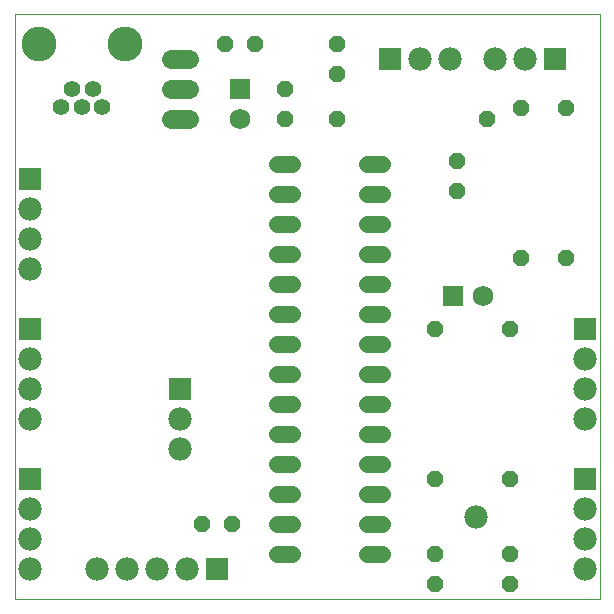
<source format=gts>
G75*
G70*
%OFA0B0*%
%FSLAX24Y24*%
%IPPOS*%
%LPD*%
%AMOC8*
5,1,8,0,0,1.08239X$1,22.5*
%
%ADD10C,0.0000*%
%ADD11C,0.0560*%
%ADD12R,0.0690X0.0690*%
%ADD13C,0.0690*%
%ADD14OC8,0.0560*%
%ADD15R,0.0780X0.0780*%
%ADD16C,0.0780*%
%ADD17C,0.0555*%
%ADD18C,0.1162*%
%ADD19C,0.0640*%
D10*
X000181Y000181D02*
X000181Y019681D01*
X019681Y019681D01*
X019681Y000181D01*
X000181Y000181D01*
D11*
X008921Y001681D02*
X009441Y001681D01*
X009441Y002681D02*
X008921Y002681D01*
X008921Y003681D02*
X009441Y003681D01*
X009441Y004681D02*
X008921Y004681D01*
X008921Y005681D02*
X009441Y005681D01*
X009441Y006681D02*
X008921Y006681D01*
X008921Y007681D02*
X009441Y007681D01*
X009441Y008681D02*
X008921Y008681D01*
X008921Y009681D02*
X009441Y009681D01*
X009441Y010681D02*
X008921Y010681D01*
X008921Y011681D02*
X009441Y011681D01*
X009441Y012681D02*
X008921Y012681D01*
X008921Y013681D02*
X009441Y013681D01*
X009441Y014681D02*
X008921Y014681D01*
X011921Y014681D02*
X012441Y014681D01*
X012441Y013681D02*
X011921Y013681D01*
X011921Y012681D02*
X012441Y012681D01*
X012441Y011681D02*
X011921Y011681D01*
X011921Y010681D02*
X012441Y010681D01*
X012441Y009681D02*
X011921Y009681D01*
X011921Y008681D02*
X012441Y008681D01*
X012441Y007681D02*
X011921Y007681D01*
X011921Y006681D02*
X012441Y006681D01*
X012441Y005681D02*
X011921Y005681D01*
X011921Y004681D02*
X012441Y004681D01*
X012441Y003681D02*
X011921Y003681D01*
X011921Y002681D02*
X012441Y002681D01*
X012441Y001681D02*
X011921Y001681D01*
D12*
X014806Y010306D03*
X007681Y017181D03*
D13*
X007681Y016181D03*
X015806Y010306D03*
D14*
X016681Y009181D03*
X017056Y011556D03*
X018556Y011556D03*
X014931Y013806D03*
X014931Y014806D03*
X015931Y016181D03*
X017056Y016556D03*
X018556Y016556D03*
X014181Y009181D03*
X014181Y004181D03*
X014181Y001681D03*
X014181Y000681D03*
X016681Y000681D03*
X016681Y001681D03*
X016681Y004181D03*
X007431Y002681D03*
X006431Y002681D03*
X009181Y016181D03*
X009181Y017181D03*
X008181Y018681D03*
X007181Y018681D03*
X010931Y018681D03*
X010931Y017681D03*
X010931Y016181D03*
D15*
X012681Y018181D03*
X018181Y018181D03*
X019181Y009181D03*
X019181Y004181D03*
X006931Y001181D03*
X005681Y007181D03*
X000681Y009181D03*
X000681Y014181D03*
X000681Y004181D03*
D16*
X000681Y003181D03*
X000681Y002181D03*
X000681Y001181D03*
X002931Y001181D03*
X003931Y001181D03*
X004931Y001181D03*
X005931Y001181D03*
X005681Y005181D03*
X005681Y006181D03*
X000681Y006181D03*
X000681Y007181D03*
X000681Y008181D03*
X000681Y011181D03*
X000681Y012181D03*
X000681Y013181D03*
X013681Y018181D03*
X014681Y018181D03*
X016181Y018181D03*
X017181Y018181D03*
X019181Y008181D03*
X019181Y007181D03*
X019181Y006181D03*
X019181Y003181D03*
X019181Y002181D03*
X019181Y001181D03*
X015556Y002931D03*
D17*
X003101Y016581D03*
X002431Y016581D03*
X002101Y017201D03*
X001731Y016581D03*
X002791Y017201D03*
D18*
X003868Y018681D03*
X000994Y018681D03*
D19*
X005381Y018181D02*
X005981Y018181D01*
X005981Y017181D02*
X005381Y017181D01*
X005381Y016181D02*
X005981Y016181D01*
M02*

</source>
